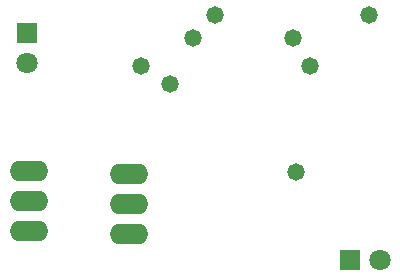
<source format=gbs>
G04*
G04 #@! TF.GenerationSoftware,Altium Limited,Altium Designer,23.8.1 (32)*
G04*
G04 Layer_Color=16711935*
%FSLAX44Y44*%
%MOMM*%
G71*
G04*
G04 #@! TF.SameCoordinates,28D0BBF9-8047-43AB-9FF1-3D26A4D0E5B6*
G04*
G04*
G04 #@! TF.FilePolarity,Negative*
G04*
G01*
G75*
%ADD26O,3.2512X1.7272*%
%ADD27R,1.8032X1.8032*%
%ADD28C,1.8032*%
%ADD29R,1.8032X1.8032*%
%ADD30C,1.4732*%
D26*
X392430Y1126490D02*
D03*
Y1101090D02*
D03*
Y1075690D02*
D03*
X307340Y1078230D02*
D03*
Y1103630D02*
D03*
Y1129030D02*
D03*
D27*
X579120Y1054100D02*
D03*
D28*
X604520D02*
D03*
X306070Y1220470D02*
D03*
D29*
Y1245870D02*
D03*
D30*
X531368Y1242061D02*
D03*
X446023D02*
D03*
X464820Y1261618D02*
D03*
X595580D02*
D03*
X427228Y1203198D02*
D03*
X533400Y1128268D02*
D03*
X545084Y1217930D02*
D03*
X402590D02*
D03*
M02*

</source>
